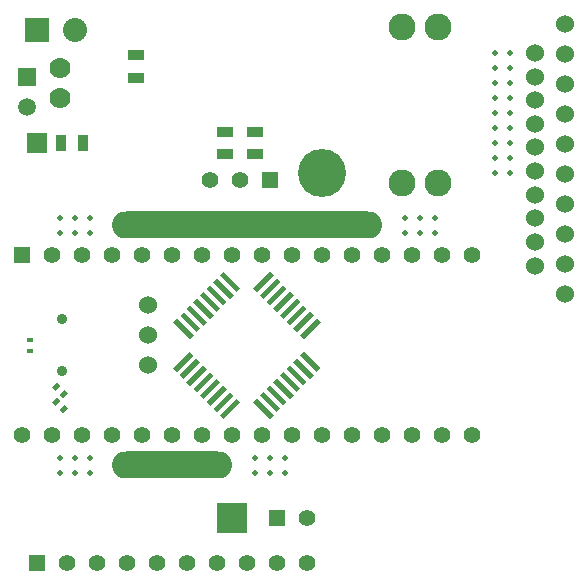
<source format=gbs>
%FSLAX34Y34*%
G04 Gerber Fmt 3.4, Leading zero omitted, Abs format*
G04 (created by PCBNEW (2014-02-26 BZR 4721)-product) date Thursday, June 12, 2014 'amt' 08:53:31 am*
%MOIN*%
G01*
G70*
G90*
G04 APERTURE LIST*
%ADD10C,0.005906*%
%ADD11O,0.400000X0.090000*%
%ADD12O,0.900000X0.090000*%
%ADD13R,0.055000X0.055000*%
%ADD14C,0.055000*%
%ADD15C,0.060000*%
%ADD16R,0.100000X0.100000*%
%ADD17C,0.020000*%
%ADD18R,0.059100X0.059100*%
%ADD19C,0.059100*%
%ADD20C,0.080000*%
%ADD21R,0.080000X0.080000*%
%ADD22R,0.070000X0.070000*%
%ADD23C,0.070000*%
%ADD24C,0.160000*%
%ADD25C,0.090000*%
%ADD26R,0.055000X0.035000*%
%ADD27R,0.035000X0.055000*%
%ADD28C,0.035400*%
%ADD29R,0.023600X0.015700*%
G04 APERTURE END LIST*
G54D10*
G54D11*
X68250Y-39000D03*
G54D12*
X70750Y-31000D03*
G54D13*
X63750Y-42250D03*
G54D14*
X64750Y-42250D03*
X65750Y-42250D03*
X66750Y-42250D03*
X67750Y-42250D03*
X68750Y-42250D03*
X69750Y-42250D03*
X70750Y-42250D03*
X71750Y-42250D03*
X72750Y-42250D03*
G54D15*
X81350Y-33300D03*
X81350Y-32300D03*
X81350Y-31300D03*
X81350Y-30300D03*
X81350Y-29300D03*
X81350Y-28300D03*
X81350Y-27300D03*
X81350Y-26300D03*
X81350Y-25300D03*
X81350Y-24300D03*
X80350Y-32343D03*
X80350Y-31555D03*
X80350Y-30768D03*
X80350Y-29981D03*
X80350Y-29193D03*
X80350Y-28406D03*
X80350Y-27618D03*
X80350Y-26831D03*
X80350Y-26044D03*
X80350Y-25256D03*
G54D16*
X70250Y-40750D03*
G54D13*
X71750Y-40750D03*
G54D14*
X72750Y-40750D03*
G54D17*
X64500Y-30750D03*
X65000Y-30750D03*
X65500Y-30750D03*
X64500Y-31250D03*
X65000Y-31250D03*
X65500Y-31250D03*
X76000Y-30750D03*
X76500Y-30750D03*
X77000Y-30750D03*
X76000Y-31250D03*
X76500Y-31250D03*
X77000Y-31250D03*
X79500Y-26250D03*
X79500Y-25750D03*
X79500Y-25250D03*
X79000Y-26250D03*
X79000Y-25750D03*
X79000Y-25250D03*
X79500Y-29250D03*
X79500Y-28750D03*
X79500Y-28250D03*
X79000Y-29250D03*
X79000Y-28750D03*
X79000Y-28250D03*
X64500Y-39250D03*
X65000Y-39250D03*
X65500Y-39250D03*
X64500Y-38750D03*
X65000Y-38750D03*
X65500Y-38750D03*
X71000Y-38750D03*
X71500Y-38750D03*
X72000Y-38750D03*
X71000Y-39250D03*
X71500Y-39250D03*
X72000Y-39250D03*
X79000Y-27750D03*
X79000Y-27250D03*
X79000Y-26750D03*
X79500Y-27750D03*
X79500Y-27250D03*
X79500Y-26750D03*
G54D18*
X63400Y-26050D03*
G54D19*
X63400Y-27050D03*
G54D20*
X65000Y-24500D03*
G54D21*
X63750Y-24500D03*
G54D22*
X63750Y-28250D03*
G54D23*
X64500Y-26750D03*
X64500Y-25750D03*
G54D13*
X71500Y-29500D03*
G54D14*
X70500Y-29500D03*
X69500Y-29500D03*
G54D24*
X73250Y-29250D03*
G54D25*
X75900Y-24400D03*
X77100Y-24400D03*
X75900Y-29600D03*
X77100Y-29600D03*
G54D26*
X67050Y-25325D03*
X67050Y-26075D03*
G54D27*
X64525Y-28250D03*
X65275Y-28250D03*
G54D26*
X71000Y-28625D03*
X71000Y-27875D03*
X70000Y-28625D03*
X70000Y-27875D03*
G54D14*
X71250Y-32000D03*
X72250Y-32000D03*
X73250Y-32000D03*
X74250Y-32000D03*
X75250Y-32000D03*
X76250Y-32000D03*
X77250Y-32000D03*
X78250Y-32000D03*
G54D13*
X63250Y-32000D03*
G54D14*
X64250Y-32000D03*
X65250Y-32000D03*
X66250Y-32000D03*
X67250Y-32000D03*
X68250Y-32000D03*
X69250Y-32000D03*
X70250Y-32000D03*
X70250Y-38000D03*
X69250Y-38000D03*
X68250Y-38000D03*
X67250Y-38000D03*
X66250Y-38000D03*
X65250Y-38000D03*
X64250Y-38000D03*
X63250Y-38000D03*
X78250Y-38000D03*
X77250Y-38000D03*
X76250Y-38000D03*
X75250Y-38000D03*
X74250Y-38000D03*
X73250Y-38000D03*
X72250Y-38000D03*
X71250Y-38000D03*
G54D10*
G36*
X69841Y-32670D02*
X69966Y-32545D01*
X70523Y-33102D01*
X70397Y-33227D01*
X69841Y-32670D01*
X69841Y-32670D01*
G37*
G36*
X69618Y-32893D02*
X69743Y-32768D01*
X70300Y-33324D01*
X70175Y-33450D01*
X69618Y-32893D01*
X69618Y-32893D01*
G37*
G36*
X69395Y-33116D02*
X69521Y-32991D01*
X70077Y-33547D01*
X69952Y-33672D01*
X69395Y-33116D01*
X69395Y-33116D01*
G37*
G36*
X69173Y-33339D02*
X69298Y-33213D01*
X69854Y-33770D01*
X69729Y-33895D01*
X69173Y-33339D01*
X69173Y-33339D01*
G37*
G36*
X68950Y-33561D02*
X69075Y-33436D01*
X69632Y-33993D01*
X69506Y-34118D01*
X68950Y-33561D01*
X68950Y-33561D01*
G37*
G36*
X68727Y-33784D02*
X68852Y-33659D01*
X69409Y-34215D01*
X69284Y-34340D01*
X68727Y-33784D01*
X68727Y-33784D01*
G37*
G36*
X68504Y-34007D02*
X68630Y-33882D01*
X69186Y-34438D01*
X69061Y-34563D01*
X68504Y-34007D01*
X68504Y-34007D01*
G37*
G36*
X68282Y-34229D02*
X68407Y-34104D01*
X68963Y-34661D01*
X68838Y-34786D01*
X68282Y-34229D01*
X68282Y-34229D01*
G37*
G36*
X70946Y-36891D02*
X71071Y-36766D01*
X71628Y-37322D01*
X71503Y-37448D01*
X70946Y-36891D01*
X70946Y-36891D01*
G37*
G36*
X72509Y-35328D02*
X72634Y-35203D01*
X73190Y-35760D01*
X73065Y-35885D01*
X72509Y-35328D01*
X72509Y-35328D01*
G37*
G36*
X72283Y-35555D02*
X72408Y-35429D01*
X72964Y-35986D01*
X72839Y-36111D01*
X72283Y-35555D01*
X72283Y-35555D01*
G37*
G36*
X72056Y-35781D02*
X72181Y-35656D01*
X72738Y-36212D01*
X72613Y-36337D01*
X72056Y-35781D01*
X72056Y-35781D01*
G37*
G36*
X71837Y-36000D02*
X71962Y-35875D01*
X72519Y-36431D01*
X72394Y-36557D01*
X71837Y-36000D01*
X71837Y-36000D01*
G37*
G36*
X71611Y-36226D02*
X71736Y-36101D01*
X72292Y-36658D01*
X72167Y-36783D01*
X71611Y-36226D01*
X71611Y-36226D01*
G37*
G36*
X71392Y-36446D02*
X71517Y-36320D01*
X72073Y-36877D01*
X71948Y-37002D01*
X71392Y-36446D01*
X71392Y-36446D01*
G37*
G36*
X71165Y-36672D02*
X71290Y-36547D01*
X71847Y-37103D01*
X71722Y-37228D01*
X71165Y-36672D01*
X71165Y-36672D01*
G37*
G36*
X68279Y-35772D02*
X68835Y-35216D01*
X68961Y-35341D01*
X68404Y-35898D01*
X68279Y-35772D01*
X68279Y-35772D01*
G37*
G36*
X68501Y-35994D02*
X69057Y-35438D01*
X69183Y-35563D01*
X68626Y-36120D01*
X68501Y-35994D01*
X68501Y-35994D01*
G37*
G36*
X68724Y-36218D02*
X69281Y-35661D01*
X69406Y-35787D01*
X68850Y-36343D01*
X68724Y-36218D01*
X68724Y-36218D01*
G37*
G36*
X68946Y-36440D02*
X69503Y-35883D01*
X69628Y-36009D01*
X69072Y-36565D01*
X68946Y-36440D01*
X68946Y-36440D01*
G37*
G36*
X69170Y-36663D02*
X69726Y-36107D01*
X69851Y-36232D01*
X69295Y-36788D01*
X69170Y-36663D01*
X69170Y-36663D01*
G37*
G36*
X69392Y-36885D02*
X69948Y-36329D01*
X70074Y-36454D01*
X69517Y-37011D01*
X69392Y-36885D01*
X69392Y-36885D01*
G37*
G36*
X69615Y-37109D02*
X70172Y-36552D01*
X70297Y-36677D01*
X69740Y-37234D01*
X69615Y-37109D01*
X69615Y-37109D01*
G37*
G36*
X69837Y-37331D02*
X70394Y-36774D01*
X70519Y-36899D01*
X69962Y-37456D01*
X69837Y-37331D01*
X69837Y-37331D01*
G37*
G36*
X70953Y-33101D02*
X71510Y-32544D01*
X71635Y-32670D01*
X71078Y-33226D01*
X70953Y-33101D01*
X70953Y-33101D01*
G37*
G36*
X71172Y-33320D02*
X71729Y-32764D01*
X71854Y-32889D01*
X71298Y-33445D01*
X71172Y-33320D01*
X71172Y-33320D01*
G37*
G36*
X71399Y-33546D02*
X71955Y-32990D01*
X72080Y-33115D01*
X71524Y-33672D01*
X71399Y-33546D01*
X71399Y-33546D01*
G37*
G36*
X71618Y-33766D02*
X72174Y-33209D01*
X72299Y-33334D01*
X71743Y-33891D01*
X71618Y-33766D01*
X71618Y-33766D01*
G37*
G36*
X71837Y-33985D02*
X72394Y-33428D01*
X72519Y-33553D01*
X71962Y-34110D01*
X71837Y-33985D01*
X71837Y-33985D01*
G37*
G36*
X72063Y-34211D02*
X72620Y-33655D01*
X72745Y-33780D01*
X72188Y-34336D01*
X72063Y-34211D01*
X72063Y-34211D01*
G37*
G36*
X72290Y-34437D02*
X72846Y-33881D01*
X72971Y-34006D01*
X72415Y-34563D01*
X72290Y-34437D01*
X72290Y-34437D01*
G37*
G36*
X72516Y-34664D02*
X73072Y-34107D01*
X73198Y-34232D01*
X72641Y-34789D01*
X72516Y-34664D01*
X72516Y-34664D01*
G37*
G54D28*
X64585Y-34134D03*
X64585Y-35866D03*
G54D10*
G36*
X64235Y-36402D02*
X64402Y-36235D01*
X64513Y-36346D01*
X64346Y-36513D01*
X64235Y-36402D01*
X64235Y-36402D01*
G37*
G36*
X64486Y-36653D02*
X64653Y-36486D01*
X64764Y-36597D01*
X64597Y-36764D01*
X64486Y-36653D01*
X64486Y-36653D01*
G37*
G36*
X64764Y-37097D02*
X64597Y-37264D01*
X64486Y-37153D01*
X64653Y-36986D01*
X64764Y-37097D01*
X64764Y-37097D01*
G37*
G36*
X64513Y-36846D02*
X64346Y-37013D01*
X64235Y-36902D01*
X64402Y-36735D01*
X64513Y-36846D01*
X64513Y-36846D01*
G37*
G54D29*
X63500Y-34823D03*
X63500Y-35177D03*
G54D15*
X67450Y-33650D03*
X67450Y-35650D03*
X67450Y-34650D03*
M02*

</source>
